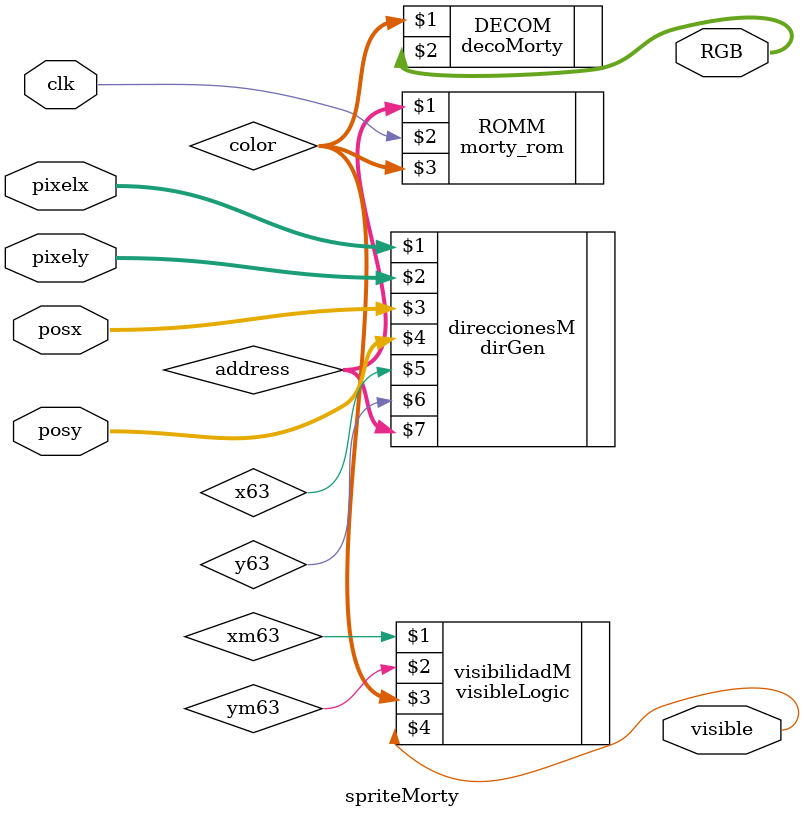
<source format=sv>
module spriteMorty(input clk, input [9:0] posx, posy, pixelx, pixely, output [23:0] RGB, output visible);

    //ROM
    logic [0:11] address;
    logic [2:0] color;
    morty_rom ROMM (address, clk, color);	
    //DECO
    decoMorty DECOM (color, RGB);
    logic x63, y63;
    //ADDRESS GENERATION
    dirGen direccionesM (pixelx, pixely, posx, posy, x63, y63, address);	
    //VISIBLE LOGIC			
    visibleLogic visibilidadM (xm63, ym63,color, visible);

endmodule 
</source>
